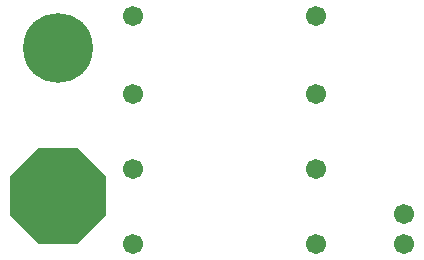
<source format=gts>
G04 Layer: TopSolderMaskLayer*
G04 EasyEDA v6.5.46, 2025-04-01 09:14:14*
G04 1996200714a44a3eb265968e1dc72ee3,f9b916e08b964ccb92d809278d751d93,10*
G04 Gerber Generator version 0.2*
G04 Scale: 100 percent, Rotated: No, Reflected: No *
G04 Dimensions in millimeters *
G04 leading zeros omitted , absolute positions ,4 integer and 5 decimal *
%FSLAX45Y45*%
%MOMM*%

%AMMACRO1*4,1,48,-1.6568,-4.0508,-1.6647,-4.0503,-1.6726,-4.0483,-1.68,-4.0452,-1.6868,-4.0411,-1.6927,-4.0358,-4.0358,-1.6927,-4.0411,-1.6868,-4.0452,-1.68,-4.0483,-1.6726,-4.0503,-1.6647,-4.0508,-1.6568,-4.0508,1.6568,-4.0503,1.6647,-4.0483,1.6726,-4.0452,1.68,-4.0411,1.6868,-4.0358,1.6927,-1.6927,4.0358,-1.6868,4.0411,-1.68,4.0452,-1.6726,4.0483,-1.6647,4.0503,-1.6568,4.0508,1.6568,4.0508,1.6647,4.0503,1.6726,4.0483,1.68,4.0452,1.6868,4.0411,1.6927,4.0358,4.0358,1.6927,4.0411,1.6868,4.0452,1.68,4.0483,1.6726,4.0503,1.6647,4.0508,1.6568,4.0508,-1.6568,4.0503,-1.6647,4.0483,-1.6726,4.0452,-1.68,4.0411,-1.6868,4.0358,-1.6927,1.6927,-4.0358,1.6868,-4.0411,1.68,-4.0452,1.6726,-4.0483,1.6647,-4.0503,1.6568,-4.0508,-1.6568,-4.0508,0*%
%ADD10C,1.7016*%
%ADD11C,5.9016*%
%ADD12MACRO1*%

%LPD*%
D10*
G01*
X1079195Y2209800D03*
G01*
X2629204Y2209800D03*
G01*
X1079195Y1549400D03*
G01*
X2629204Y1549400D03*
G01*
X1079195Y914400D03*
G01*
X2629204Y914400D03*
G01*
X1079195Y279400D03*
G01*
X2629204Y279400D03*
G01*
X3378200Y533400D03*
G01*
X3378200Y279400D03*
D11*
G01*
X444500Y1933092D03*
D12*
G01*
X444500Y683107D03*
M02*

</source>
